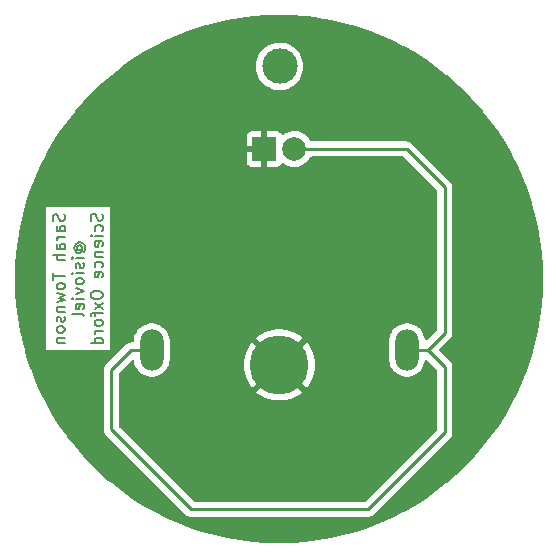
<source format=gbr>
%TF.GenerationSoftware,KiCad,Pcbnew,8.0.5*%
%TF.CreationDate,2025-02-18T11:52:43+00:00*%
%TF.ProjectId,solder_badge_SO,736f6c64-6572-45f6-9261-6467655f534f,v2*%
%TF.SameCoordinates,Original*%
%TF.FileFunction,Copper,L2,Bot*%
%TF.FilePolarity,Positive*%
%FSLAX46Y46*%
G04 Gerber Fmt 4.6, Leading zero omitted, Abs format (unit mm)*
G04 Created by KiCad (PCBNEW 8.0.5) date 2025-02-18 11:52:43*
%MOMM*%
%LPD*%
G01*
G04 APERTURE LIST*
%ADD10C,0.150000*%
%TA.AperFunction,NonConductor*%
%ADD11C,0.150000*%
%TD*%
%TA.AperFunction,ComponentPad*%
%ADD12R,2.000000X2.000000*%
%TD*%
%TA.AperFunction,ComponentPad*%
%ADD13C,2.000000*%
%TD*%
%TA.AperFunction,ComponentPad*%
%ADD14O,2.000000X3.500000*%
%TD*%
%TA.AperFunction,SMDPad,CuDef*%
%ADD15C,5.000000*%
%TD*%
%TA.AperFunction,SMDPad,CuDef*%
%ADD16C,3.000000*%
%TD*%
%TA.AperFunction,Conductor*%
%ADD17C,0.250000*%
%TD*%
G04 APERTURE END LIST*
D10*
D11*
X210797256Y-132647618D02*
X210844875Y-132790475D01*
X210844875Y-132790475D02*
X210844875Y-133028570D01*
X210844875Y-133028570D02*
X210797256Y-133123808D01*
X210797256Y-133123808D02*
X210749636Y-133171427D01*
X210749636Y-133171427D02*
X210654398Y-133219046D01*
X210654398Y-133219046D02*
X210559160Y-133219046D01*
X210559160Y-133219046D02*
X210463922Y-133171427D01*
X210463922Y-133171427D02*
X210416303Y-133123808D01*
X210416303Y-133123808D02*
X210368684Y-133028570D01*
X210368684Y-133028570D02*
X210321065Y-132838094D01*
X210321065Y-132838094D02*
X210273446Y-132742856D01*
X210273446Y-132742856D02*
X210225827Y-132695237D01*
X210225827Y-132695237D02*
X210130589Y-132647618D01*
X210130589Y-132647618D02*
X210035351Y-132647618D01*
X210035351Y-132647618D02*
X209940113Y-132695237D01*
X209940113Y-132695237D02*
X209892494Y-132742856D01*
X209892494Y-132742856D02*
X209844875Y-132838094D01*
X209844875Y-132838094D02*
X209844875Y-133076189D01*
X209844875Y-133076189D02*
X209892494Y-133219046D01*
X210844875Y-134076189D02*
X210321065Y-134076189D01*
X210321065Y-134076189D02*
X210225827Y-134028570D01*
X210225827Y-134028570D02*
X210178208Y-133933332D01*
X210178208Y-133933332D02*
X210178208Y-133742856D01*
X210178208Y-133742856D02*
X210225827Y-133647618D01*
X210797256Y-134076189D02*
X210844875Y-133980951D01*
X210844875Y-133980951D02*
X210844875Y-133742856D01*
X210844875Y-133742856D02*
X210797256Y-133647618D01*
X210797256Y-133647618D02*
X210702017Y-133599999D01*
X210702017Y-133599999D02*
X210606779Y-133599999D01*
X210606779Y-133599999D02*
X210511541Y-133647618D01*
X210511541Y-133647618D02*
X210463922Y-133742856D01*
X210463922Y-133742856D02*
X210463922Y-133980951D01*
X210463922Y-133980951D02*
X210416303Y-134076189D01*
X210844875Y-134552380D02*
X210178208Y-134552380D01*
X210368684Y-134552380D02*
X210273446Y-134599999D01*
X210273446Y-134599999D02*
X210225827Y-134647618D01*
X210225827Y-134647618D02*
X210178208Y-134742856D01*
X210178208Y-134742856D02*
X210178208Y-134838094D01*
X210844875Y-135599999D02*
X210321065Y-135599999D01*
X210321065Y-135599999D02*
X210225827Y-135552380D01*
X210225827Y-135552380D02*
X210178208Y-135457142D01*
X210178208Y-135457142D02*
X210178208Y-135266666D01*
X210178208Y-135266666D02*
X210225827Y-135171428D01*
X210797256Y-135599999D02*
X210844875Y-135504761D01*
X210844875Y-135504761D02*
X210844875Y-135266666D01*
X210844875Y-135266666D02*
X210797256Y-135171428D01*
X210797256Y-135171428D02*
X210702017Y-135123809D01*
X210702017Y-135123809D02*
X210606779Y-135123809D01*
X210606779Y-135123809D02*
X210511541Y-135171428D01*
X210511541Y-135171428D02*
X210463922Y-135266666D01*
X210463922Y-135266666D02*
X210463922Y-135504761D01*
X210463922Y-135504761D02*
X210416303Y-135599999D01*
X210844875Y-136076190D02*
X209844875Y-136076190D01*
X210844875Y-136504761D02*
X210321065Y-136504761D01*
X210321065Y-136504761D02*
X210225827Y-136457142D01*
X210225827Y-136457142D02*
X210178208Y-136361904D01*
X210178208Y-136361904D02*
X210178208Y-136219047D01*
X210178208Y-136219047D02*
X210225827Y-136123809D01*
X210225827Y-136123809D02*
X210273446Y-136076190D01*
X209844875Y-137600000D02*
X209844875Y-138171428D01*
X210844875Y-137885714D02*
X209844875Y-137885714D01*
X210844875Y-138647619D02*
X210797256Y-138552381D01*
X210797256Y-138552381D02*
X210749636Y-138504762D01*
X210749636Y-138504762D02*
X210654398Y-138457143D01*
X210654398Y-138457143D02*
X210368684Y-138457143D01*
X210368684Y-138457143D02*
X210273446Y-138504762D01*
X210273446Y-138504762D02*
X210225827Y-138552381D01*
X210225827Y-138552381D02*
X210178208Y-138647619D01*
X210178208Y-138647619D02*
X210178208Y-138790476D01*
X210178208Y-138790476D02*
X210225827Y-138885714D01*
X210225827Y-138885714D02*
X210273446Y-138933333D01*
X210273446Y-138933333D02*
X210368684Y-138980952D01*
X210368684Y-138980952D02*
X210654398Y-138980952D01*
X210654398Y-138980952D02*
X210749636Y-138933333D01*
X210749636Y-138933333D02*
X210797256Y-138885714D01*
X210797256Y-138885714D02*
X210844875Y-138790476D01*
X210844875Y-138790476D02*
X210844875Y-138647619D01*
X210178208Y-139314286D02*
X210844875Y-139504762D01*
X210844875Y-139504762D02*
X210368684Y-139695238D01*
X210368684Y-139695238D02*
X210844875Y-139885714D01*
X210844875Y-139885714D02*
X210178208Y-140076190D01*
X210178208Y-140457143D02*
X210844875Y-140457143D01*
X210273446Y-140457143D02*
X210225827Y-140504762D01*
X210225827Y-140504762D02*
X210178208Y-140600000D01*
X210178208Y-140600000D02*
X210178208Y-140742857D01*
X210178208Y-140742857D02*
X210225827Y-140838095D01*
X210225827Y-140838095D02*
X210321065Y-140885714D01*
X210321065Y-140885714D02*
X210844875Y-140885714D01*
X210797256Y-141314286D02*
X210844875Y-141409524D01*
X210844875Y-141409524D02*
X210844875Y-141600000D01*
X210844875Y-141600000D02*
X210797256Y-141695238D01*
X210797256Y-141695238D02*
X210702017Y-141742857D01*
X210702017Y-141742857D02*
X210654398Y-141742857D01*
X210654398Y-141742857D02*
X210559160Y-141695238D01*
X210559160Y-141695238D02*
X210511541Y-141600000D01*
X210511541Y-141600000D02*
X210511541Y-141457143D01*
X210511541Y-141457143D02*
X210463922Y-141361905D01*
X210463922Y-141361905D02*
X210368684Y-141314286D01*
X210368684Y-141314286D02*
X210321065Y-141314286D01*
X210321065Y-141314286D02*
X210225827Y-141361905D01*
X210225827Y-141361905D02*
X210178208Y-141457143D01*
X210178208Y-141457143D02*
X210178208Y-141600000D01*
X210178208Y-141600000D02*
X210225827Y-141695238D01*
X210844875Y-142314286D02*
X210797256Y-142219048D01*
X210797256Y-142219048D02*
X210749636Y-142171429D01*
X210749636Y-142171429D02*
X210654398Y-142123810D01*
X210654398Y-142123810D02*
X210368684Y-142123810D01*
X210368684Y-142123810D02*
X210273446Y-142171429D01*
X210273446Y-142171429D02*
X210225827Y-142219048D01*
X210225827Y-142219048D02*
X210178208Y-142314286D01*
X210178208Y-142314286D02*
X210178208Y-142457143D01*
X210178208Y-142457143D02*
X210225827Y-142552381D01*
X210225827Y-142552381D02*
X210273446Y-142600000D01*
X210273446Y-142600000D02*
X210368684Y-142647619D01*
X210368684Y-142647619D02*
X210654398Y-142647619D01*
X210654398Y-142647619D02*
X210749636Y-142600000D01*
X210749636Y-142600000D02*
X210797256Y-142552381D01*
X210797256Y-142552381D02*
X210844875Y-142457143D01*
X210844875Y-142457143D02*
X210844875Y-142314286D01*
X210178208Y-143076191D02*
X210844875Y-143076191D01*
X210273446Y-143076191D02*
X210225827Y-143123810D01*
X210225827Y-143123810D02*
X210178208Y-143219048D01*
X210178208Y-143219048D02*
X210178208Y-143361905D01*
X210178208Y-143361905D02*
X210225827Y-143457143D01*
X210225827Y-143457143D02*
X210321065Y-143504762D01*
X210321065Y-143504762D02*
X210844875Y-143504762D01*
X211978628Y-135671428D02*
X211931009Y-135623809D01*
X211931009Y-135623809D02*
X211883390Y-135528571D01*
X211883390Y-135528571D02*
X211883390Y-135433333D01*
X211883390Y-135433333D02*
X211931009Y-135338095D01*
X211931009Y-135338095D02*
X211978628Y-135290476D01*
X211978628Y-135290476D02*
X212073866Y-135242857D01*
X212073866Y-135242857D02*
X212169104Y-135242857D01*
X212169104Y-135242857D02*
X212264342Y-135290476D01*
X212264342Y-135290476D02*
X212311961Y-135338095D01*
X212311961Y-135338095D02*
X212359580Y-135433333D01*
X212359580Y-135433333D02*
X212359580Y-135528571D01*
X212359580Y-135528571D02*
X212311961Y-135623809D01*
X212311961Y-135623809D02*
X212264342Y-135671428D01*
X211883390Y-135671428D02*
X212264342Y-135671428D01*
X212264342Y-135671428D02*
X212311961Y-135719047D01*
X212311961Y-135719047D02*
X212311961Y-135766666D01*
X212311961Y-135766666D02*
X212264342Y-135861905D01*
X212264342Y-135861905D02*
X212169104Y-135909524D01*
X212169104Y-135909524D02*
X211931009Y-135909524D01*
X211931009Y-135909524D02*
X211788152Y-135814286D01*
X211788152Y-135814286D02*
X211692914Y-135671428D01*
X211692914Y-135671428D02*
X211645295Y-135480952D01*
X211645295Y-135480952D02*
X211692914Y-135290476D01*
X211692914Y-135290476D02*
X211788152Y-135147619D01*
X211788152Y-135147619D02*
X211931009Y-135052381D01*
X211931009Y-135052381D02*
X212121485Y-135004762D01*
X212121485Y-135004762D02*
X212311961Y-135052381D01*
X212311961Y-135052381D02*
X212454819Y-135147619D01*
X212454819Y-135147619D02*
X212550057Y-135290476D01*
X212550057Y-135290476D02*
X212597676Y-135480952D01*
X212597676Y-135480952D02*
X212550057Y-135671428D01*
X212550057Y-135671428D02*
X212454819Y-135814286D01*
X212454819Y-136338095D02*
X211788152Y-136338095D01*
X211454819Y-136338095D02*
X211502438Y-136290476D01*
X211502438Y-136290476D02*
X211550057Y-136338095D01*
X211550057Y-136338095D02*
X211502438Y-136385714D01*
X211502438Y-136385714D02*
X211454819Y-136338095D01*
X211454819Y-136338095D02*
X211550057Y-136338095D01*
X212407200Y-136766666D02*
X212454819Y-136861904D01*
X212454819Y-136861904D02*
X212454819Y-137052380D01*
X212454819Y-137052380D02*
X212407200Y-137147618D01*
X212407200Y-137147618D02*
X212311961Y-137195237D01*
X212311961Y-137195237D02*
X212264342Y-137195237D01*
X212264342Y-137195237D02*
X212169104Y-137147618D01*
X212169104Y-137147618D02*
X212121485Y-137052380D01*
X212121485Y-137052380D02*
X212121485Y-136909523D01*
X212121485Y-136909523D02*
X212073866Y-136814285D01*
X212073866Y-136814285D02*
X211978628Y-136766666D01*
X211978628Y-136766666D02*
X211931009Y-136766666D01*
X211931009Y-136766666D02*
X211835771Y-136814285D01*
X211835771Y-136814285D02*
X211788152Y-136909523D01*
X211788152Y-136909523D02*
X211788152Y-137052380D01*
X211788152Y-137052380D02*
X211835771Y-137147618D01*
X212454819Y-137623809D02*
X211788152Y-137623809D01*
X211454819Y-137623809D02*
X211502438Y-137576190D01*
X211502438Y-137576190D02*
X211550057Y-137623809D01*
X211550057Y-137623809D02*
X211502438Y-137671428D01*
X211502438Y-137671428D02*
X211454819Y-137623809D01*
X211454819Y-137623809D02*
X211550057Y-137623809D01*
X212454819Y-138242856D02*
X212407200Y-138147618D01*
X212407200Y-138147618D02*
X212359580Y-138099999D01*
X212359580Y-138099999D02*
X212264342Y-138052380D01*
X212264342Y-138052380D02*
X211978628Y-138052380D01*
X211978628Y-138052380D02*
X211883390Y-138099999D01*
X211883390Y-138099999D02*
X211835771Y-138147618D01*
X211835771Y-138147618D02*
X211788152Y-138242856D01*
X211788152Y-138242856D02*
X211788152Y-138385713D01*
X211788152Y-138385713D02*
X211835771Y-138480951D01*
X211835771Y-138480951D02*
X211883390Y-138528570D01*
X211883390Y-138528570D02*
X211978628Y-138576189D01*
X211978628Y-138576189D02*
X212264342Y-138576189D01*
X212264342Y-138576189D02*
X212359580Y-138528570D01*
X212359580Y-138528570D02*
X212407200Y-138480951D01*
X212407200Y-138480951D02*
X212454819Y-138385713D01*
X212454819Y-138385713D02*
X212454819Y-138242856D01*
X211788152Y-138909523D02*
X212454819Y-139147618D01*
X212454819Y-139147618D02*
X211788152Y-139385713D01*
X212454819Y-139766666D02*
X211788152Y-139766666D01*
X211454819Y-139766666D02*
X211502438Y-139719047D01*
X211502438Y-139719047D02*
X211550057Y-139766666D01*
X211550057Y-139766666D02*
X211502438Y-139814285D01*
X211502438Y-139814285D02*
X211454819Y-139766666D01*
X211454819Y-139766666D02*
X211550057Y-139766666D01*
X212407200Y-140623808D02*
X212454819Y-140528570D01*
X212454819Y-140528570D02*
X212454819Y-140338094D01*
X212454819Y-140338094D02*
X212407200Y-140242856D01*
X212407200Y-140242856D02*
X212311961Y-140195237D01*
X212311961Y-140195237D02*
X211931009Y-140195237D01*
X211931009Y-140195237D02*
X211835771Y-140242856D01*
X211835771Y-140242856D02*
X211788152Y-140338094D01*
X211788152Y-140338094D02*
X211788152Y-140528570D01*
X211788152Y-140528570D02*
X211835771Y-140623808D01*
X211835771Y-140623808D02*
X211931009Y-140671427D01*
X211931009Y-140671427D02*
X212026247Y-140671427D01*
X212026247Y-140671427D02*
X212121485Y-140195237D01*
X212454819Y-141242856D02*
X212407200Y-141147618D01*
X212407200Y-141147618D02*
X212311961Y-141099999D01*
X212311961Y-141099999D02*
X211454819Y-141099999D01*
X214017144Y-132599999D02*
X214064763Y-132742856D01*
X214064763Y-132742856D02*
X214064763Y-132980951D01*
X214064763Y-132980951D02*
X214017144Y-133076189D01*
X214017144Y-133076189D02*
X213969524Y-133123808D01*
X213969524Y-133123808D02*
X213874286Y-133171427D01*
X213874286Y-133171427D02*
X213779048Y-133171427D01*
X213779048Y-133171427D02*
X213683810Y-133123808D01*
X213683810Y-133123808D02*
X213636191Y-133076189D01*
X213636191Y-133076189D02*
X213588572Y-132980951D01*
X213588572Y-132980951D02*
X213540953Y-132790475D01*
X213540953Y-132790475D02*
X213493334Y-132695237D01*
X213493334Y-132695237D02*
X213445715Y-132647618D01*
X213445715Y-132647618D02*
X213350477Y-132599999D01*
X213350477Y-132599999D02*
X213255239Y-132599999D01*
X213255239Y-132599999D02*
X213160001Y-132647618D01*
X213160001Y-132647618D02*
X213112382Y-132695237D01*
X213112382Y-132695237D02*
X213064763Y-132790475D01*
X213064763Y-132790475D02*
X213064763Y-133028570D01*
X213064763Y-133028570D02*
X213112382Y-133171427D01*
X214017144Y-134028570D02*
X214064763Y-133933332D01*
X214064763Y-133933332D02*
X214064763Y-133742856D01*
X214064763Y-133742856D02*
X214017144Y-133647618D01*
X214017144Y-133647618D02*
X213969524Y-133599999D01*
X213969524Y-133599999D02*
X213874286Y-133552380D01*
X213874286Y-133552380D02*
X213588572Y-133552380D01*
X213588572Y-133552380D02*
X213493334Y-133599999D01*
X213493334Y-133599999D02*
X213445715Y-133647618D01*
X213445715Y-133647618D02*
X213398096Y-133742856D01*
X213398096Y-133742856D02*
X213398096Y-133933332D01*
X213398096Y-133933332D02*
X213445715Y-134028570D01*
X214064763Y-134457142D02*
X213398096Y-134457142D01*
X213064763Y-134457142D02*
X213112382Y-134409523D01*
X213112382Y-134409523D02*
X213160001Y-134457142D01*
X213160001Y-134457142D02*
X213112382Y-134504761D01*
X213112382Y-134504761D02*
X213064763Y-134457142D01*
X213064763Y-134457142D02*
X213160001Y-134457142D01*
X214017144Y-135314284D02*
X214064763Y-135219046D01*
X214064763Y-135219046D02*
X214064763Y-135028570D01*
X214064763Y-135028570D02*
X214017144Y-134933332D01*
X214017144Y-134933332D02*
X213921905Y-134885713D01*
X213921905Y-134885713D02*
X213540953Y-134885713D01*
X213540953Y-134885713D02*
X213445715Y-134933332D01*
X213445715Y-134933332D02*
X213398096Y-135028570D01*
X213398096Y-135028570D02*
X213398096Y-135219046D01*
X213398096Y-135219046D02*
X213445715Y-135314284D01*
X213445715Y-135314284D02*
X213540953Y-135361903D01*
X213540953Y-135361903D02*
X213636191Y-135361903D01*
X213636191Y-135361903D02*
X213731429Y-134885713D01*
X213398096Y-135790475D02*
X214064763Y-135790475D01*
X213493334Y-135790475D02*
X213445715Y-135838094D01*
X213445715Y-135838094D02*
X213398096Y-135933332D01*
X213398096Y-135933332D02*
X213398096Y-136076189D01*
X213398096Y-136076189D02*
X213445715Y-136171427D01*
X213445715Y-136171427D02*
X213540953Y-136219046D01*
X213540953Y-136219046D02*
X214064763Y-136219046D01*
X214017144Y-137123808D02*
X214064763Y-137028570D01*
X214064763Y-137028570D02*
X214064763Y-136838094D01*
X214064763Y-136838094D02*
X214017144Y-136742856D01*
X214017144Y-136742856D02*
X213969524Y-136695237D01*
X213969524Y-136695237D02*
X213874286Y-136647618D01*
X213874286Y-136647618D02*
X213588572Y-136647618D01*
X213588572Y-136647618D02*
X213493334Y-136695237D01*
X213493334Y-136695237D02*
X213445715Y-136742856D01*
X213445715Y-136742856D02*
X213398096Y-136838094D01*
X213398096Y-136838094D02*
X213398096Y-137028570D01*
X213398096Y-137028570D02*
X213445715Y-137123808D01*
X214017144Y-137933332D02*
X214064763Y-137838094D01*
X214064763Y-137838094D02*
X214064763Y-137647618D01*
X214064763Y-137647618D02*
X214017144Y-137552380D01*
X214017144Y-137552380D02*
X213921905Y-137504761D01*
X213921905Y-137504761D02*
X213540953Y-137504761D01*
X213540953Y-137504761D02*
X213445715Y-137552380D01*
X213445715Y-137552380D02*
X213398096Y-137647618D01*
X213398096Y-137647618D02*
X213398096Y-137838094D01*
X213398096Y-137838094D02*
X213445715Y-137933332D01*
X213445715Y-137933332D02*
X213540953Y-137980951D01*
X213540953Y-137980951D02*
X213636191Y-137980951D01*
X213636191Y-137980951D02*
X213731429Y-137504761D01*
X213064763Y-139361904D02*
X213064763Y-139552380D01*
X213064763Y-139552380D02*
X213112382Y-139647618D01*
X213112382Y-139647618D02*
X213207620Y-139742856D01*
X213207620Y-139742856D02*
X213398096Y-139790475D01*
X213398096Y-139790475D02*
X213731429Y-139790475D01*
X213731429Y-139790475D02*
X213921905Y-139742856D01*
X213921905Y-139742856D02*
X214017144Y-139647618D01*
X214017144Y-139647618D02*
X214064763Y-139552380D01*
X214064763Y-139552380D02*
X214064763Y-139361904D01*
X214064763Y-139361904D02*
X214017144Y-139266666D01*
X214017144Y-139266666D02*
X213921905Y-139171428D01*
X213921905Y-139171428D02*
X213731429Y-139123809D01*
X213731429Y-139123809D02*
X213398096Y-139123809D01*
X213398096Y-139123809D02*
X213207620Y-139171428D01*
X213207620Y-139171428D02*
X213112382Y-139266666D01*
X213112382Y-139266666D02*
X213064763Y-139361904D01*
X214064763Y-140123809D02*
X213398096Y-140647618D01*
X213398096Y-140123809D02*
X214064763Y-140647618D01*
X213398096Y-140885714D02*
X213398096Y-141266666D01*
X214064763Y-141028571D02*
X213207620Y-141028571D01*
X213207620Y-141028571D02*
X213112382Y-141076190D01*
X213112382Y-141076190D02*
X213064763Y-141171428D01*
X213064763Y-141171428D02*
X213064763Y-141266666D01*
X214064763Y-141742857D02*
X214017144Y-141647619D01*
X214017144Y-141647619D02*
X213969524Y-141600000D01*
X213969524Y-141600000D02*
X213874286Y-141552381D01*
X213874286Y-141552381D02*
X213588572Y-141552381D01*
X213588572Y-141552381D02*
X213493334Y-141600000D01*
X213493334Y-141600000D02*
X213445715Y-141647619D01*
X213445715Y-141647619D02*
X213398096Y-141742857D01*
X213398096Y-141742857D02*
X213398096Y-141885714D01*
X213398096Y-141885714D02*
X213445715Y-141980952D01*
X213445715Y-141980952D02*
X213493334Y-142028571D01*
X213493334Y-142028571D02*
X213588572Y-142076190D01*
X213588572Y-142076190D02*
X213874286Y-142076190D01*
X213874286Y-142076190D02*
X213969524Y-142028571D01*
X213969524Y-142028571D02*
X214017144Y-141980952D01*
X214017144Y-141980952D02*
X214064763Y-141885714D01*
X214064763Y-141885714D02*
X214064763Y-141742857D01*
X214064763Y-142504762D02*
X213398096Y-142504762D01*
X213588572Y-142504762D02*
X213493334Y-142552381D01*
X213493334Y-142552381D02*
X213445715Y-142600000D01*
X213445715Y-142600000D02*
X213398096Y-142695238D01*
X213398096Y-142695238D02*
X213398096Y-142790476D01*
X214064763Y-143552381D02*
X213064763Y-143552381D01*
X214017144Y-143552381D02*
X214064763Y-143457143D01*
X214064763Y-143457143D02*
X214064763Y-143266667D01*
X214064763Y-143266667D02*
X214017144Y-143171429D01*
X214017144Y-143171429D02*
X213969524Y-143123810D01*
X213969524Y-143123810D02*
X213874286Y-143076191D01*
X213874286Y-143076191D02*
X213588572Y-143076191D01*
X213588572Y-143076191D02*
X213493334Y-143123810D01*
X213493334Y-143123810D02*
X213445715Y-143171429D01*
X213445715Y-143171429D02*
X213398096Y-143266667D01*
X213398096Y-143266667D02*
X213398096Y-143457143D01*
X213398096Y-143457143D02*
X213445715Y-143552381D01*
D12*
%TO.P,LED1,1*%
%TO.N,GND*%
X227760000Y-127100000D03*
D13*
%TO.P,LED1,2*%
%TO.N,Net-(BAT1-Pad1)*%
X230300000Y-127100000D03*
%TD*%
D14*
%TO.P,CR2032,1*%
%TO.N,Net-(BAT1-Pad1)*%
X218230000Y-144120000D03*
%TO.P,CR2032,2*%
X239830000Y-144120000D03*
D15*
%TO.P,CR2032,3*%
%TO.N,GND*%
X229030000Y-145390000D03*
%TD*%
D16*
%TO.P,Pin:,1*%
%TO.N,N/C*%
X229050000Y-120100000D03*
%TD*%
D17*
%TO.N,Net-(BAT1-Pad1)*%
X214800000Y-150850000D02*
X221550000Y-157600000D01*
X241600000Y-144120000D02*
X243050000Y-142670000D01*
X243050000Y-142670000D02*
X243050000Y-130350000D01*
X243050000Y-151100000D02*
X243050000Y-145570000D01*
X217750000Y-144120000D02*
X216500000Y-144120000D01*
X230300000Y-127100000D02*
X239800000Y-127100000D01*
X243050000Y-145570000D02*
X241600000Y-144120000D01*
X243050000Y-130350000D02*
X239800000Y-127100000D01*
X216500000Y-144120000D02*
X214800000Y-145820000D01*
X221550000Y-157600000D02*
X236550000Y-157600000D01*
X241600000Y-144120000D02*
X240350000Y-144120000D01*
X236550000Y-157600000D02*
X243050000Y-151100000D01*
X214800000Y-145820000D02*
X214800000Y-150850000D01*
%TD*%
%TA.AperFunction,Conductor*%
%TO.N,GND*%
G36*
X230108894Y-115762076D02*
G01*
X230115095Y-115762383D01*
X231210938Y-115843939D01*
X231217073Y-115844548D01*
X232226398Y-115969907D01*
X232303473Y-115979480D01*
X232309600Y-115980394D01*
X233384968Y-116168006D01*
X233390984Y-116169208D01*
X234453306Y-116408718D01*
X234459239Y-116410210D01*
X235506957Y-116701012D01*
X235512828Y-116702797D01*
X236543758Y-117043893D01*
X236549520Y-117045957D01*
X237562126Y-117436673D01*
X237567781Y-117439016D01*
X238560046Y-117878844D01*
X238565550Y-117881446D01*
X239535790Y-118369196D01*
X239541200Y-118372083D01*
X240487494Y-118907239D01*
X240492744Y-118910379D01*
X241265087Y-119398556D01*
X241413377Y-119492286D01*
X241418512Y-119495711D01*
X242311424Y-120123330D01*
X242316393Y-120127008D01*
X243180102Y-120799741D01*
X243184923Y-120803691D01*
X244017346Y-121520923D01*
X244021959Y-121525101D01*
X244252743Y-121744715D01*
X244821426Y-122285874D01*
X244825823Y-122290271D01*
X245266932Y-122753815D01*
X245586597Y-123089739D01*
X245590775Y-123094352D01*
X246307997Y-123926763D01*
X246311947Y-123931584D01*
X246984695Y-124795311D01*
X246988368Y-124800272D01*
X247616105Y-125693213D01*
X247619543Y-125698370D01*
X247731675Y-125875824D01*
X248181571Y-126587802D01*
X248201300Y-126619023D01*
X248204451Y-126624288D01*
X248209988Y-126634075D01*
X248739723Y-127570515D01*
X248742629Y-127575961D01*
X249230340Y-128546123D01*
X249232962Y-128551671D01*
X249672675Y-129544002D01*
X249675031Y-129549689D01*
X250065736Y-130562263D01*
X250067805Y-130568042D01*
X250082483Y-130612404D01*
X250393869Y-131553537D01*
X250408903Y-131598974D01*
X250410689Y-131604849D01*
X250444371Y-131726190D01*
X250701478Y-132652425D01*
X250702984Y-132658414D01*
X250942485Y-133720691D01*
X250943695Y-133726748D01*
X251131305Y-134802099D01*
X251132219Y-134808226D01*
X251267149Y-135894717D01*
X251267762Y-135900893D01*
X251349313Y-136996576D01*
X251349622Y-137002801D01*
X251377006Y-138105974D01*
X251377006Y-138112227D01*
X251349624Y-139215576D01*
X251349315Y-139221802D01*
X251267762Y-140317505D01*
X251267149Y-140323681D01*
X251132219Y-141410172D01*
X251131305Y-141416299D01*
X250943695Y-142491650D01*
X250942485Y-142497707D01*
X250702984Y-143559989D01*
X250701477Y-143565981D01*
X250410693Y-144613433D01*
X250408909Y-144619304D01*
X250067808Y-145650348D01*
X250065737Y-145656131D01*
X249675031Y-146668710D01*
X249672671Y-146674406D01*
X249232963Y-147666526D01*
X249230348Y-147672060D01*
X248742621Y-148642354D01*
X248739714Y-148647800D01*
X248204476Y-149594066D01*
X248201315Y-149599350D01*
X247619519Y-150519867D01*
X247616094Y-150525002D01*
X246988385Y-151418101D01*
X246984701Y-151423079D01*
X246311923Y-152286746D01*
X246307982Y-152291555D01*
X245590795Y-153124022D01*
X245586607Y-153128647D01*
X244825817Y-153928033D01*
X244821410Y-153932439D01*
X244021952Y-154693303D01*
X244017326Y-154697492D01*
X243184938Y-155414596D01*
X243180137Y-155418531D01*
X242316503Y-156091382D01*
X242311516Y-156095074D01*
X241418484Y-156722706D01*
X241413345Y-156726132D01*
X240492771Y-157307902D01*
X240487484Y-157311065D01*
X239541210Y-157846209D01*
X239535787Y-157849104D01*
X238565574Y-158336940D01*
X238560012Y-158339569D01*
X237567763Y-158779190D01*
X237562101Y-158781535D01*
X236549529Y-159172436D01*
X236543730Y-159174513D01*
X235512852Y-159515594D01*
X235506950Y-159517388D01*
X234459243Y-159807987D01*
X234453289Y-159809483D01*
X233391012Y-160049084D01*
X233384955Y-160050295D01*
X232309617Y-160238000D01*
X232303470Y-160238918D01*
X231217087Y-160373748D01*
X231210919Y-160374359D01*
X230115104Y-160455913D01*
X230108868Y-160456222D01*
X229005713Y-160483506D01*
X228999483Y-160483506D01*
X227896231Y-160456222D01*
X227889995Y-160455914D01*
X226794177Y-160374360D01*
X226788009Y-160373748D01*
X225701623Y-160238918D01*
X225695474Y-160238000D01*
X224620255Y-160050297D01*
X224614202Y-160049087D01*
X223551795Y-159809481D01*
X223545836Y-159807983D01*
X222498260Y-159517391D01*
X222492365Y-159515600D01*
X221461383Y-159174519D01*
X221455576Y-159172439D01*
X220443093Y-158781534D01*
X220437435Y-158779190D01*
X219627543Y-158420363D01*
X219445171Y-158339562D01*
X219439618Y-158336937D01*
X218469331Y-157849115D01*
X218463903Y-157846218D01*
X217686276Y-157406449D01*
X217517613Y-157311065D01*
X217512353Y-157307918D01*
X216591834Y-156726121D01*
X216586710Y-156722704D01*
X215693591Y-156095080D01*
X215688593Y-156091380D01*
X214825063Y-155418533D01*
X214820278Y-155414612D01*
X214552010Y-155183554D01*
X213987669Y-154697488D01*
X213983064Y-154693320D01*
X213183653Y-153932405D01*
X213179281Y-153928033D01*
X212418488Y-153128645D01*
X212414303Y-153124023D01*
X211697108Y-152291546D01*
X211693167Y-152286737D01*
X211078057Y-151497099D01*
X211020392Y-151423072D01*
X211016713Y-151418101D01*
X210388990Y-150524982D01*
X210385592Y-150519887D01*
X209803772Y-149599332D01*
X209800634Y-149594085D01*
X209265479Y-148647792D01*
X209262588Y-148642376D01*
X209262577Y-148642354D01*
X208774747Y-147672052D01*
X208772135Y-147666526D01*
X208356795Y-146729175D01*
X208332516Y-146674381D01*
X208330165Y-146668705D01*
X207978525Y-145757603D01*
X214166500Y-145757603D01*
X214166500Y-145757606D01*
X214166500Y-150787606D01*
X214166500Y-150912394D01*
X214190845Y-151034785D01*
X214238600Y-151150075D01*
X214307929Y-151253833D01*
X221146167Y-158092072D01*
X221249925Y-158161401D01*
X221331447Y-158195168D01*
X221365215Y-158209155D01*
X221487606Y-158233500D01*
X221487607Y-158233500D01*
X236612393Y-158233500D01*
X236612394Y-158233500D01*
X236734785Y-158209155D01*
X236850075Y-158161400D01*
X236953833Y-158092071D01*
X243542071Y-151503833D01*
X243611400Y-151400075D01*
X243659155Y-151284785D01*
X243683500Y-151162394D01*
X243683500Y-151037606D01*
X243683500Y-145507606D01*
X243659155Y-145385215D01*
X243659153Y-145385210D01*
X243635426Y-145327927D01*
X243635425Y-145327926D01*
X243611401Y-145269926D01*
X243611401Y-145269925D01*
X243542072Y-145166167D01*
X242584997Y-144209093D01*
X242550974Y-144146783D01*
X242556038Y-144075968D01*
X242584997Y-144030907D01*
X243542072Y-143073833D01*
X243611401Y-142970075D01*
X243659155Y-142854784D01*
X243683500Y-142732393D01*
X243683500Y-142607606D01*
X243683500Y-130287606D01*
X243659155Y-130165215D01*
X243611400Y-130049925D01*
X243542071Y-129946167D01*
X243453833Y-129857929D01*
X240203833Y-126607929D01*
X240100075Y-126538600D01*
X239984785Y-126490845D01*
X239911086Y-126476185D01*
X239862396Y-126466500D01*
X239862394Y-126466500D01*
X231751565Y-126466500D01*
X231683444Y-126446498D01*
X231644134Y-126406337D01*
X231524176Y-126210584D01*
X231388222Y-126051402D01*
X231369969Y-126030030D01*
X231189419Y-125875826D01*
X231189417Y-125875825D01*
X231189416Y-125875824D01*
X230986963Y-125751760D01*
X230951559Y-125737095D01*
X230767592Y-125660894D01*
X230608592Y-125622722D01*
X230536711Y-125605465D01*
X230300000Y-125586835D01*
X230063289Y-125605465D01*
X229832407Y-125660894D01*
X229613038Y-125751759D01*
X229410582Y-125875825D01*
X229400235Y-125884662D01*
X229335443Y-125913690D01*
X229265244Y-125903081D01*
X229216829Y-125860516D01*
X229215847Y-125861252D01*
X229212345Y-125856574D01*
X229211924Y-125856204D01*
X229211395Y-125855305D01*
X229122904Y-125737095D01*
X229005965Y-125649555D01*
X228869093Y-125598505D01*
X228808597Y-125592000D01*
X228014000Y-125592000D01*
X228014000Y-126669297D01*
X227952993Y-126634075D01*
X227825826Y-126600000D01*
X227694174Y-126600000D01*
X227567007Y-126634075D01*
X227506000Y-126669297D01*
X227506000Y-125592000D01*
X226711402Y-125592000D01*
X226650906Y-125598505D01*
X226514035Y-125649555D01*
X226514034Y-125649555D01*
X226397095Y-125737095D01*
X226309555Y-125854034D01*
X226309555Y-125854035D01*
X226258505Y-125990906D01*
X226252000Y-126051402D01*
X226252000Y-126846000D01*
X227329297Y-126846000D01*
X227294075Y-126907007D01*
X227260000Y-127034174D01*
X227260000Y-127165826D01*
X227294075Y-127292993D01*
X227329297Y-127354000D01*
X226252000Y-127354000D01*
X226252000Y-128148597D01*
X226258505Y-128209093D01*
X226309555Y-128345964D01*
X226309555Y-128345965D01*
X226397095Y-128462904D01*
X226514034Y-128550444D01*
X226650906Y-128601494D01*
X226711402Y-128607999D01*
X226711415Y-128608000D01*
X227506000Y-128608000D01*
X227506000Y-127530702D01*
X227567007Y-127565925D01*
X227694174Y-127600000D01*
X227825826Y-127600000D01*
X227952993Y-127565925D01*
X228014000Y-127530702D01*
X228014000Y-128608000D01*
X228808585Y-128608000D01*
X228808597Y-128607999D01*
X228869093Y-128601494D01*
X229005964Y-128550444D01*
X229005965Y-128550444D01*
X229122904Y-128462904D01*
X229215847Y-128338748D01*
X229218137Y-128340462D01*
X229257984Y-128300586D01*
X229327352Y-128285470D01*
X229393881Y-128310256D01*
X229400229Y-128315332D01*
X229410584Y-128324176D01*
X229613037Y-128448240D01*
X229832406Y-128539105D01*
X230063289Y-128594535D01*
X230300000Y-128613165D01*
X230536711Y-128594535D01*
X230767594Y-128539105D01*
X230986963Y-128448240D01*
X231189416Y-128324176D01*
X231369969Y-128169969D01*
X231524176Y-127989416D01*
X231644134Y-127793662D01*
X231696780Y-127746034D01*
X231751565Y-127733500D01*
X239485406Y-127733500D01*
X239553527Y-127753502D01*
X239574501Y-127770405D01*
X242379595Y-130575499D01*
X242413621Y-130637811D01*
X242416500Y-130664594D01*
X242416500Y-142355405D01*
X242396498Y-142423526D01*
X242379599Y-142444495D01*
X241854020Y-142970075D01*
X241545397Y-143278698D01*
X241483085Y-143312723D01*
X241412269Y-143307658D01*
X241355434Y-143265111D01*
X241331853Y-143209313D01*
X241301356Y-143016759D01*
X241227982Y-142790937D01*
X241120185Y-142579373D01*
X240980620Y-142387278D01*
X240980617Y-142387275D01*
X240980615Y-142387272D01*
X240812727Y-142219384D01*
X240812724Y-142219382D01*
X240812722Y-142219380D01*
X240620627Y-142079815D01*
X240409063Y-141972018D01*
X240409060Y-141972017D01*
X240409058Y-141972016D01*
X240183246Y-141898645D01*
X240183242Y-141898644D01*
X240183241Y-141898644D01*
X239948722Y-141861500D01*
X239711278Y-141861500D01*
X239476759Y-141898644D01*
X239476753Y-141898645D01*
X239250941Y-141972016D01*
X239250935Y-141972019D01*
X239039369Y-142079817D01*
X238847275Y-142219382D01*
X238847272Y-142219384D01*
X238679384Y-142387272D01*
X238679382Y-142387275D01*
X238539817Y-142579369D01*
X238432019Y-142790935D01*
X238432016Y-142790941D01*
X238358645Y-143016753D01*
X238358644Y-143016758D01*
X238358644Y-143016759D01*
X238321500Y-143251278D01*
X238321500Y-144988722D01*
X238358644Y-145223241D01*
X238358645Y-145223246D01*
X238432016Y-145449058D01*
X238432018Y-145449063D01*
X238537526Y-145656134D01*
X238539817Y-145660630D01*
X238544926Y-145667662D01*
X238679380Y-145852722D01*
X238679382Y-145852724D01*
X238679384Y-145852727D01*
X238847272Y-146020615D01*
X238847275Y-146020617D01*
X238847278Y-146020620D01*
X239039373Y-146160185D01*
X239250937Y-146267982D01*
X239476759Y-146341356D01*
X239711278Y-146378500D01*
X239711281Y-146378500D01*
X239948719Y-146378500D01*
X239948722Y-146378500D01*
X240183241Y-146341356D01*
X240409063Y-146267982D01*
X240620627Y-146160185D01*
X240812722Y-146020620D01*
X240980620Y-145852722D01*
X241120185Y-145660627D01*
X241227982Y-145449063D01*
X241301356Y-145223241D01*
X241331854Y-145030682D01*
X241362265Y-144966532D01*
X241422534Y-144929005D01*
X241493523Y-144930019D01*
X241545397Y-144961301D01*
X242379595Y-145795499D01*
X242413621Y-145857811D01*
X242416500Y-145884594D01*
X242416500Y-150785406D01*
X242396498Y-150853527D01*
X242379595Y-150874501D01*
X236324501Y-156929595D01*
X236262189Y-156963621D01*
X236235406Y-156966500D01*
X221864595Y-156966500D01*
X221796474Y-156946498D01*
X221775500Y-156929595D01*
X215470405Y-150624500D01*
X215436379Y-150562188D01*
X215433500Y-150535405D01*
X215433500Y-147688992D01*
X227090215Y-147688992D01*
X227090216Y-147688993D01*
X227230696Y-147806871D01*
X227523449Y-147999417D01*
X227836577Y-148156676D01*
X227836582Y-148156678D01*
X228165825Y-148276513D01*
X228165830Y-148276514D01*
X228506779Y-148357321D01*
X228506785Y-148357322D01*
X228854801Y-148398000D01*
X229205199Y-148398000D01*
X229553214Y-148357322D01*
X229553220Y-148357321D01*
X229894169Y-148276514D01*
X229894174Y-148276513D01*
X230223417Y-148156678D01*
X230223422Y-148156676D01*
X230536550Y-147999417D01*
X230829299Y-147806874D01*
X230969783Y-147688992D01*
X229030001Y-145749210D01*
X229029999Y-145749210D01*
X227090215Y-147688992D01*
X215433500Y-147688992D01*
X215433500Y-146134594D01*
X215453502Y-146066473D01*
X215470405Y-146045499D01*
X215880692Y-145635212D01*
X216520073Y-144995830D01*
X216582383Y-144961807D01*
X216653198Y-144966871D01*
X216710034Y-145009418D01*
X216733615Y-145065216D01*
X216758645Y-145223246D01*
X216832016Y-145449058D01*
X216832018Y-145449063D01*
X216937526Y-145656134D01*
X216939817Y-145660630D01*
X216944926Y-145667662D01*
X217079380Y-145852722D01*
X217079382Y-145852724D01*
X217079384Y-145852727D01*
X217247272Y-146020615D01*
X217247275Y-146020617D01*
X217247278Y-146020620D01*
X217439373Y-146160185D01*
X217650937Y-146267982D01*
X217876759Y-146341356D01*
X218111278Y-146378500D01*
X218111281Y-146378500D01*
X218348719Y-146378500D01*
X218348722Y-146378500D01*
X218583241Y-146341356D01*
X218809063Y-146267982D01*
X219020627Y-146160185D01*
X219212722Y-146020620D01*
X219380620Y-145852722D01*
X219520185Y-145660627D01*
X219627982Y-145449063D01*
X219647173Y-145390000D01*
X226016902Y-145390000D01*
X226037274Y-145739788D01*
X226037274Y-145739794D01*
X226098120Y-146084868D01*
X226198615Y-146420541D01*
X226198617Y-146420547D01*
X226337395Y-146742273D01*
X226337398Y-146742278D01*
X226512586Y-147045712D01*
X226512596Y-147045728D01*
X226721836Y-147326785D01*
X226721840Y-147326790D01*
X226727741Y-147333045D01*
X226727744Y-147333045D01*
X228670790Y-145390000D01*
X228670790Y-145389999D01*
X228670789Y-145389998D01*
X229389210Y-145389998D01*
X229389210Y-145390001D01*
X231332255Y-147333046D01*
X231332256Y-147333045D01*
X231338164Y-147326785D01*
X231338166Y-147326782D01*
X231547395Y-147045739D01*
X231547413Y-147045712D01*
X231722601Y-146742278D01*
X231722604Y-146742273D01*
X231861382Y-146420547D01*
X231861384Y-146420541D01*
X231961879Y-146084868D01*
X232022725Y-145739794D01*
X232022725Y-145739788D01*
X232043097Y-145390000D01*
X232022725Y-145040211D01*
X232022725Y-145040205D01*
X231961879Y-144695131D01*
X231861384Y-144359458D01*
X231861382Y-144359452D01*
X231722604Y-144037726D01*
X231722601Y-144037721D01*
X231547413Y-143734287D01*
X231547403Y-143734271D01*
X231338165Y-143453216D01*
X231332255Y-143446952D01*
X229389210Y-145389998D01*
X228670789Y-145389998D01*
X226727744Y-143446953D01*
X226727743Y-143446953D01*
X226721831Y-143453220D01*
X226721827Y-143453224D01*
X226512604Y-143734260D01*
X226512586Y-143734287D01*
X226337398Y-144037721D01*
X226337395Y-144037726D01*
X226198617Y-144359452D01*
X226198615Y-144359458D01*
X226098120Y-144695131D01*
X226037274Y-145040205D01*
X226037274Y-145040211D01*
X226016902Y-145390000D01*
X219647173Y-145390000D01*
X219701356Y-145223241D01*
X219738500Y-144988722D01*
X219738500Y-143251278D01*
X219713115Y-143091005D01*
X227090215Y-143091005D01*
X229029999Y-145030790D01*
X229030001Y-145030790D01*
X230969783Y-143091006D01*
X230969783Y-143091005D01*
X230829298Y-142973125D01*
X230536550Y-142780582D01*
X230223422Y-142623323D01*
X230223417Y-142623321D01*
X229894174Y-142503486D01*
X229894169Y-142503485D01*
X229553220Y-142422678D01*
X229553214Y-142422677D01*
X229205199Y-142382000D01*
X228854801Y-142382000D01*
X228506785Y-142422677D01*
X228506779Y-142422678D01*
X228165830Y-142503485D01*
X228165825Y-142503486D01*
X227836582Y-142623321D01*
X227836577Y-142623323D01*
X227523449Y-142780582D01*
X227230701Y-142973125D01*
X227090215Y-143091005D01*
X219713115Y-143091005D01*
X219701356Y-143016759D01*
X219627982Y-142790937D01*
X219520185Y-142579373D01*
X219380620Y-142387278D01*
X219380617Y-142387275D01*
X219380615Y-142387272D01*
X219212727Y-142219384D01*
X219212724Y-142219382D01*
X219212722Y-142219380D01*
X219020627Y-142079815D01*
X218809063Y-141972018D01*
X218809060Y-141972017D01*
X218809058Y-141972016D01*
X218583246Y-141898645D01*
X218583242Y-141898644D01*
X218583241Y-141898644D01*
X218348722Y-141861500D01*
X218111278Y-141861500D01*
X217876759Y-141898644D01*
X217876753Y-141898645D01*
X217650941Y-141972016D01*
X217650935Y-141972019D01*
X217439369Y-142079817D01*
X217247275Y-142219382D01*
X217247272Y-142219384D01*
X217079384Y-142387272D01*
X217079382Y-142387275D01*
X216939817Y-142579369D01*
X216832019Y-142790935D01*
X216832016Y-142790941D01*
X216758645Y-143016753D01*
X216758644Y-143016758D01*
X216758644Y-143016759D01*
X216746885Y-143091006D01*
X216721500Y-143251281D01*
X216721500Y-143360500D01*
X216701498Y-143428621D01*
X216647842Y-143475114D01*
X216595500Y-143486500D01*
X216437603Y-143486500D01*
X216364568Y-143501028D01*
X216315215Y-143510845D01*
X216315213Y-143510845D01*
X216315212Y-143510846D01*
X216199923Y-143558601D01*
X216096171Y-143627926D01*
X216096164Y-143627931D01*
X214307931Y-145416164D01*
X214307926Y-145416171D01*
X214246831Y-145507607D01*
X214238600Y-145519925D01*
X214190845Y-145635215D01*
X214186685Y-145656131D01*
X214166500Y-145757603D01*
X207978525Y-145757603D01*
X207939363Y-145656134D01*
X207937292Y-145650352D01*
X207596098Y-144619329D01*
X207594304Y-144613426D01*
X207482134Y-144209096D01*
X207463447Y-144141737D01*
X209255519Y-144141737D01*
X214654470Y-144141737D01*
X214654470Y-132010643D01*
X209255519Y-132010643D01*
X209255519Y-144141737D01*
X207463447Y-144141737D01*
X207303715Y-143565960D01*
X207302216Y-143559996D01*
X207302214Y-143559989D01*
X207127363Y-142784451D01*
X207062711Y-142497694D01*
X207061503Y-142491648D01*
X206879428Y-141448566D01*
X206873793Y-141416288D01*
X206872878Y-141410155D01*
X206741360Y-140351150D01*
X206737947Y-140323668D01*
X206737336Y-140317507D01*
X206657463Y-139244360D01*
X206655783Y-139221790D01*
X206655477Y-139215615D01*
X206628192Y-138112214D01*
X206628192Y-138105986D01*
X206655191Y-137014312D01*
X206655476Y-137002786D01*
X206655782Y-136996611D01*
X206737337Y-135900871D01*
X206737949Y-135894717D01*
X206872879Y-134808233D01*
X206873794Y-134802106D01*
X206879428Y-134769833D01*
X207061504Y-133726744D01*
X207062711Y-133720704D01*
X207066501Y-133703894D01*
X207302217Y-132658398D01*
X207303716Y-132652438D01*
X207304114Y-132651003D01*
X207594310Y-131604852D01*
X207596100Y-131598963D01*
X207598248Y-131592473D01*
X207937302Y-130568016D01*
X207939347Y-130562306D01*
X208330180Y-129549651D01*
X208332507Y-129544035D01*
X208772137Y-128551670D01*
X208774744Y-128546151D01*
X209262588Y-127575921D01*
X209265458Y-127570543D01*
X209800651Y-126624282D01*
X209803802Y-126619018D01*
X209810811Y-126607926D01*
X210385573Y-125698342D01*
X210388975Y-125693239D01*
X211016740Y-124800257D01*
X211020391Y-124795326D01*
X211693157Y-123931575D01*
X211697074Y-123926794D01*
X212414335Y-123094338D01*
X212418488Y-123089752D01*
X213179275Y-122290271D01*
X213183655Y-122285890D01*
X213983082Y-121525061D01*
X213987666Y-121520911D01*
X214820282Y-120803682D01*
X214825045Y-120799779D01*
X215688624Y-120126995D01*
X215693578Y-120123327D01*
X215726780Y-120099995D01*
X227036807Y-120099995D01*
X227036807Y-120100004D01*
X227055556Y-120374116D01*
X227055557Y-120374122D01*
X227055558Y-120374130D01*
X227086217Y-120521670D01*
X227111460Y-120643146D01*
X227111462Y-120643154D01*
X227203477Y-120902058D01*
X227329892Y-121146028D01*
X227397797Y-121242227D01*
X227488343Y-121370502D01*
X227675889Y-121571314D01*
X227889031Y-121744718D01*
X228123800Y-121887484D01*
X228375823Y-121996953D01*
X228640404Y-122071085D01*
X228735504Y-122084156D01*
X228912604Y-122108499D01*
X228912615Y-122108500D01*
X229187385Y-122108500D01*
X229187395Y-122108499D01*
X229316945Y-122090692D01*
X229459596Y-122071085D01*
X229724177Y-121996953D01*
X229976200Y-121887484D01*
X230210969Y-121744718D01*
X230424111Y-121571314D01*
X230611657Y-121370502D01*
X230770111Y-121146023D01*
X230896523Y-120902058D01*
X230988538Y-120643153D01*
X231044442Y-120374130D01*
X231061346Y-120127008D01*
X231063193Y-120100004D01*
X231063193Y-120099995D01*
X231044443Y-119825883D01*
X231044442Y-119825877D01*
X231044442Y-119825870D01*
X230988538Y-119556847D01*
X230896523Y-119297942D01*
X230770111Y-119053977D01*
X230611657Y-118829498D01*
X230424111Y-118628686D01*
X230210969Y-118455282D01*
X229976200Y-118312516D01*
X229976201Y-118312516D01*
X229976197Y-118312514D01*
X229724180Y-118203048D01*
X229724178Y-118203047D01*
X229724177Y-118203047D01*
X229591886Y-118165981D01*
X229459593Y-118128914D01*
X229187395Y-118091500D01*
X229187385Y-118091500D01*
X228912615Y-118091500D01*
X228912604Y-118091500D01*
X228640406Y-118128914D01*
X228375819Y-118203048D01*
X228123802Y-118312514D01*
X227889028Y-118455284D01*
X227675886Y-118628688D01*
X227488343Y-118829498D01*
X227329892Y-119053971D01*
X227203477Y-119297941D01*
X227111462Y-119556845D01*
X227111460Y-119556853D01*
X227055557Y-119825877D01*
X227055556Y-119825883D01*
X227036807Y-120099995D01*
X215726780Y-120099995D01*
X216586733Y-119495678D01*
X216591797Y-119492301D01*
X217512354Y-118910380D01*
X217517629Y-118907225D01*
X218463921Y-118372071D01*
X218469313Y-118369192D01*
X219439692Y-117881423D01*
X219445137Y-117878849D01*
X220437432Y-117439009D01*
X220443084Y-117436668D01*
X221455595Y-117045951D01*
X221461312Y-117043903D01*
X222492428Y-116702777D01*
X222498224Y-116701016D01*
X223545846Y-116410214D01*
X223551802Y-116408717D01*
X224614203Y-116169210D01*
X224620192Y-116168013D01*
X225695516Y-115980391D01*
X225701635Y-115979478D01*
X226788025Y-115844548D01*
X226794188Y-115843936D01*
X227890028Y-115762381D01*
X227896185Y-115762075D01*
X228999496Y-115734692D01*
X229005700Y-115734692D01*
X230108894Y-115762076D01*
G37*
%TD.AperFunction*%
%TD*%
M02*

</source>
